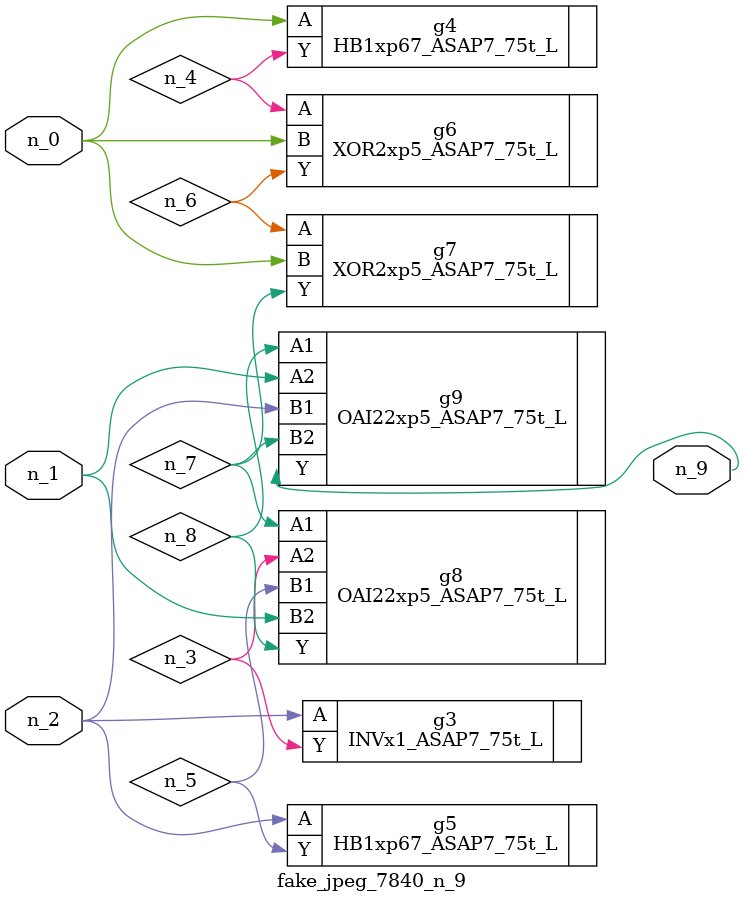
<source format=v>
module fake_jpeg_7840_n_9 (n_0, n_2, n_1, n_9);

input n_0;
input n_2;
input n_1;

output n_9;

wire n_3;
wire n_4;
wire n_8;
wire n_6;
wire n_5;
wire n_7;

INVx1_ASAP7_75t_L g3 ( 
.A(n_2),
.Y(n_3)
);

HB1xp67_ASAP7_75t_L g4 ( 
.A(n_0),
.Y(n_4)
);

HB1xp67_ASAP7_75t_L g5 ( 
.A(n_2),
.Y(n_5)
);

XOR2xp5_ASAP7_75t_L g6 ( 
.A(n_4),
.B(n_0),
.Y(n_6)
);

XOR2xp5_ASAP7_75t_L g7 ( 
.A(n_6),
.B(n_0),
.Y(n_7)
);

OAI22xp5_ASAP7_75t_L g8 ( 
.A1(n_7),
.A2(n_3),
.B1(n_5),
.B2(n_1),
.Y(n_8)
);

OAI22xp5_ASAP7_75t_L g9 ( 
.A1(n_8),
.A2(n_1),
.B1(n_2),
.B2(n_7),
.Y(n_9)
);


endmodule
</source>
